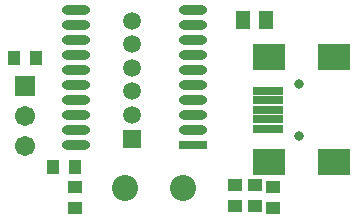
<source format=gts>
G04 Layer_Color=8388736*
%FSTAX24Y24*%
%MOIN*%
G70*
G01*
G75*
%ADD26R,0.1064X0.0867*%
%ADD27R,0.0986X0.0277*%
%ADD28R,0.0474X0.0592*%
%ADD29R,0.0395X0.0454*%
%ADD30R,0.0454X0.0395*%
%ADD31O,0.0946X0.0316*%
%ADD32R,0.0946X0.0316*%
%ADD33C,0.0592*%
%ADD34R,0.0592X0.0592*%
%ADD35C,0.0316*%
%ADD36C,0.0671*%
%ADD37R,0.0671X0.0671*%
%ADD38C,0.0867*%
D26*
X045693Y033472D02*
D03*
Y029968D02*
D03*
X047859D02*
D03*
Y033472D02*
D03*
D27*
X045654Y03235D02*
D03*
Y032035D02*
D03*
Y03172D02*
D03*
Y031405D02*
D03*
Y03109D02*
D03*
D28*
X045594Y0347D02*
D03*
X044806D02*
D03*
D29*
X037196Y03345D02*
D03*
X037904D02*
D03*
X039204Y0298D02*
D03*
X038496D02*
D03*
D30*
X0392Y029154D02*
D03*
Y028446D02*
D03*
X04455Y029204D02*
D03*
Y028496D02*
D03*
X0452Y029204D02*
D03*
Y028496D02*
D03*
X0458Y029154D02*
D03*
Y028446D02*
D03*
D31*
X043145Y03505D02*
D03*
X039255D02*
D03*
Y03455D02*
D03*
X043145D02*
D03*
Y03105D02*
D03*
Y03155D02*
D03*
Y03205D02*
D03*
Y03255D02*
D03*
Y03305D02*
D03*
Y03355D02*
D03*
X039255Y03105D02*
D03*
Y03155D02*
D03*
Y03205D02*
D03*
Y03255D02*
D03*
Y03305D02*
D03*
Y03355D02*
D03*
Y03405D02*
D03*
Y03055D02*
D03*
X043145Y03405D02*
D03*
D32*
Y03055D02*
D03*
D33*
X0411Y034687D02*
D03*
Y0339D02*
D03*
Y033112D02*
D03*
Y031537D02*
D03*
Y032325D02*
D03*
D34*
Y03075D02*
D03*
D35*
X046678Y030854D02*
D03*
Y032586D02*
D03*
D36*
X03755Y0305D02*
D03*
Y0315D02*
D03*
D37*
Y0325D02*
D03*
D38*
X040875Y0291D02*
D03*
X042825D02*
D03*
M02*

</source>
